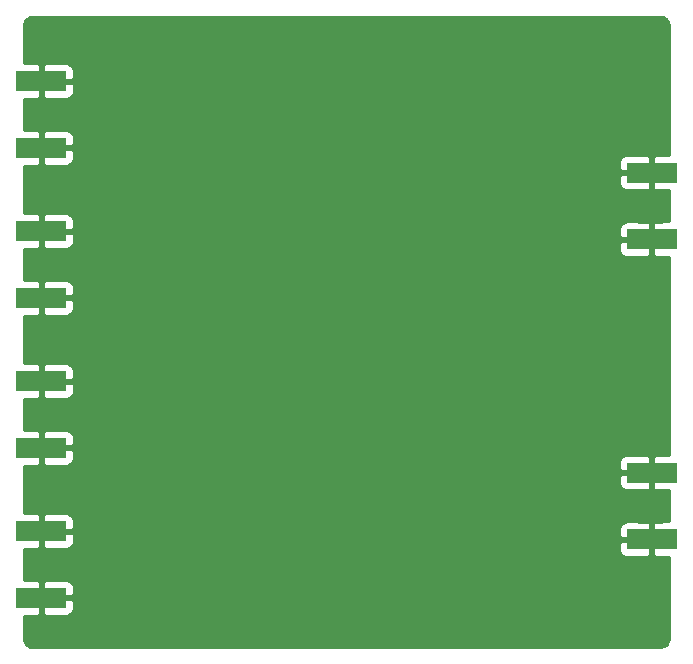
<source format=gbr>
%TF.GenerationSoftware,KiCad,Pcbnew,(5.1.9)-1*%
%TF.CreationDate,2021-02-10T22:01:22-05:00*%
%TF.ProjectId,BalunAndLowPass,42616c75-6e41-46e6-944c-6f7750617373,rev?*%
%TF.SameCoordinates,Original*%
%TF.FileFunction,Copper,L2,Bot*%
%TF.FilePolarity,Positive*%
%FSLAX46Y46*%
G04 Gerber Fmt 4.6, Leading zero omitted, Abs format (unit mm)*
G04 Created by KiCad (PCBNEW (5.1.9)-1) date 2021-02-10 22:01:22*
%MOMM*%
%LPD*%
G01*
G04 APERTURE LIST*
%TA.AperFunction,SMDPad,CuDef*%
%ADD10R,4.200000X1.750000*%
%TD*%
%TA.AperFunction,ViaPad*%
%ADD11C,0.800000*%
%TD*%
%TA.AperFunction,Conductor*%
%ADD12C,0.254000*%
%TD*%
%TA.AperFunction,Conductor*%
%ADD13C,0.100000*%
%TD*%
G04 APERTURE END LIST*
D10*
%TO.P,J6,3_2*%
%TO.N,GND*%
X104575000Y-92552000D03*
%TO.P,J6,2_2*%
X104575000Y-98202000D03*
%TD*%
%TO.P,J5,3_2*%
%TO.N,GND*%
X104575000Y-67152000D03*
%TO.P,J5,2_2*%
X104575000Y-72802000D03*
%TD*%
%TO.P,J4,3_2*%
%TO.N,GND*%
X52905000Y-90455000D03*
%TO.P,J4,2_2*%
X52905000Y-84805000D03*
%TD*%
%TO.P,J3,3_2*%
%TO.N,GND*%
X52905000Y-103155000D03*
%TO.P,J3,2_2*%
X52905000Y-97505000D03*
%TD*%
%TO.P,J2,3_2*%
%TO.N,GND*%
X52905000Y-65055000D03*
%TO.P,J2,2_2*%
X52905000Y-59405000D03*
%TD*%
%TO.P,J1,3_2*%
%TO.N,GND*%
X52905000Y-77755000D03*
%TO.P,J1,2_2*%
X52905000Y-72105000D03*
%TD*%
D11*
%TO.N,GND*%
X52248550Y-55431876D03*
X52248550Y-67431876D03*
X52248550Y-80431876D03*
X52248550Y-93431876D03*
X52248550Y-105431876D03*
X53248550Y-69431876D03*
X53248550Y-82431876D03*
X54248550Y-56431876D03*
X54248550Y-94431876D03*
X54248550Y-106431876D03*
X55248550Y-67431876D03*
X55248550Y-80431876D03*
X56248550Y-55431876D03*
X56248550Y-69431876D03*
X56248550Y-82431876D03*
X56248550Y-93431876D03*
X56248550Y-105431876D03*
X57248550Y-57431876D03*
X57248550Y-60431876D03*
X57248550Y-66431876D03*
X57248550Y-76431876D03*
X57248550Y-79431876D03*
X57248550Y-84431876D03*
X57248550Y-95431876D03*
X57248550Y-102431876D03*
X58248550Y-68431876D03*
X58248550Y-81431876D03*
X58248550Y-86431876D03*
X58248550Y-104431876D03*
X59248550Y-55431876D03*
X59248550Y-58431876D03*
X59248550Y-61431876D03*
X59248550Y-75431876D03*
X59248550Y-78431876D03*
X59248550Y-83431876D03*
X59248550Y-100431876D03*
X59248550Y-106431876D03*
X60248550Y-63431876D03*
X60248550Y-80431876D03*
X60248550Y-85431876D03*
X60248550Y-88431876D03*
X60248550Y-102431876D03*
X61248550Y-56431876D03*
X61248550Y-59431876D03*
X61248550Y-73431876D03*
X61248550Y-76431876D03*
X61248550Y-82431876D03*
X61248550Y-98431876D03*
X61248550Y-104431876D03*
X62248550Y-61431876D03*
X62248550Y-64431876D03*
X62248550Y-78431876D03*
X62248550Y-84431876D03*
X62248550Y-87431876D03*
X62248550Y-90431876D03*
X62248550Y-100431876D03*
X62248550Y-106431876D03*
X63248550Y-55431876D03*
X63248550Y-58431876D03*
X63248550Y-71431876D03*
X63248550Y-74431876D03*
X63248550Y-80431876D03*
X63248550Y-96431876D03*
X63248550Y-102431876D03*
X64248550Y-60431876D03*
X64248550Y-63431876D03*
X64248550Y-76431876D03*
X64248550Y-82431876D03*
X64248550Y-85431876D03*
X64248550Y-88431876D03*
X64248550Y-91431876D03*
X64248550Y-98431876D03*
X64248550Y-104431876D03*
X65248550Y-56431876D03*
X65248550Y-65431876D03*
X65248550Y-72431876D03*
X65248550Y-78431876D03*
X65248550Y-100431876D03*
X65248550Y-106431876D03*
X66248550Y-58431876D03*
X66248550Y-61431876D03*
X66248550Y-74431876D03*
X66248550Y-80431876D03*
X66248550Y-83431876D03*
X66248550Y-86431876D03*
X66248550Y-89431876D03*
X66248550Y-96431876D03*
X66248550Y-102431876D03*
X67248550Y-55431876D03*
X67248550Y-63431876D03*
X67248550Y-71431876D03*
X67248550Y-76431876D03*
X67248550Y-91431876D03*
X67248550Y-98431876D03*
X67248550Y-104431876D03*
X68248550Y-57431876D03*
X68248550Y-60431876D03*
X68248550Y-65431876D03*
X68248550Y-73431876D03*
X68248550Y-78431876D03*
X68248550Y-81431876D03*
X68248550Y-84431876D03*
X68248550Y-87431876D03*
X68248550Y-100431876D03*
X68248550Y-106431876D03*
X69248550Y-62431876D03*
X69248550Y-75431876D03*
X69248550Y-89431876D03*
X69248550Y-97431876D03*
X69248550Y-102431876D03*
X70248550Y-55431876D03*
X70248550Y-58431876D03*
X70248550Y-64431876D03*
X70248550Y-71431876D03*
X70248550Y-77431876D03*
X70248550Y-80431876D03*
X70248550Y-83431876D03*
X70248550Y-86431876D03*
X70248550Y-99431876D03*
X70248550Y-104431876D03*
X71248550Y-60431876D03*
X71248550Y-73431876D03*
X71248550Y-88431876D03*
X71248550Y-101431876D03*
X71248550Y-106431876D03*
X72248550Y-56431876D03*
X72248550Y-62431876D03*
X72248550Y-65431876D03*
X72248550Y-75431876D03*
X72248550Y-78431876D03*
X72248550Y-81431876D03*
X72248550Y-84431876D03*
X72248550Y-90431876D03*
X72248550Y-97431876D03*
X72248550Y-103431876D03*
X73248550Y-58431876D03*
X73248550Y-71431876D03*
X73248550Y-86431876D03*
X73248550Y-99431876D03*
X73248550Y-105431876D03*
X74248550Y-55431876D03*
X74248550Y-60431876D03*
X74248550Y-63431876D03*
X74248550Y-73431876D03*
X74248550Y-76431876D03*
X74248550Y-79431876D03*
X74248550Y-82431876D03*
X74248550Y-88431876D03*
X74248550Y-101431876D03*
X75248550Y-57431876D03*
X75248550Y-65431876D03*
X75248550Y-84431876D03*
X75248550Y-90431876D03*
X75248550Y-97431876D03*
X75248550Y-103431876D03*
X75248550Y-106431876D03*
X76248550Y-59431876D03*
X76248550Y-62431876D03*
X76248550Y-71431876D03*
X76248550Y-74431876D03*
X76248550Y-77431876D03*
X76248550Y-80431876D03*
X76248550Y-86431876D03*
X76248550Y-99431876D03*
X77248550Y-55431876D03*
X77248550Y-64431876D03*
X77248550Y-67431876D03*
X77248550Y-82431876D03*
X77248550Y-88431876D03*
X77248550Y-91431876D03*
X77248550Y-101431876D03*
X77248550Y-104431876D03*
X78248550Y-57431876D03*
X78248550Y-60431876D03*
X78248550Y-72431876D03*
X78248550Y-75431876D03*
X78248550Y-78431876D03*
X78248550Y-84431876D03*
X78248550Y-93431876D03*
X78248550Y-97431876D03*
X78248550Y-106431876D03*
X79248550Y-62431876D03*
X79248550Y-65431876D03*
X79248550Y-80431876D03*
X79248550Y-86431876D03*
X79248550Y-89431876D03*
X79248550Y-99431876D03*
X79248550Y-102431876D03*
X80248550Y-55431876D03*
X80248550Y-58431876D03*
X80248550Y-67431876D03*
X80248550Y-73431876D03*
X80248550Y-76431876D03*
X80248550Y-82431876D03*
X80248550Y-91431876D03*
X80248550Y-104431876D03*
X81248550Y-60431876D03*
X81248550Y-63431876D03*
X81248550Y-78431876D03*
X81248550Y-84431876D03*
X81248550Y-87431876D03*
X81248550Y-93431876D03*
X81248550Y-97431876D03*
X81248550Y-100431876D03*
X81248550Y-106431876D03*
X82248550Y-56431876D03*
X82248550Y-65431876D03*
X82248550Y-72431876D03*
X82248550Y-75431876D03*
X82248550Y-80431876D03*
X82248550Y-89431876D03*
X82248550Y-102431876D03*
X83248550Y-58431876D03*
X83248550Y-61431876D03*
X83248550Y-67431876D03*
X83248550Y-77431876D03*
X83248550Y-82431876D03*
X83248550Y-85431876D03*
X83248550Y-91431876D03*
X83248550Y-98431876D03*
X83248550Y-104431876D03*
X84248550Y-55431876D03*
X84248550Y-63431876D03*
X84248550Y-73431876D03*
X84248550Y-79431876D03*
X84248550Y-87431876D03*
X84248550Y-93431876D03*
X84248550Y-100431876D03*
X84248550Y-106431876D03*
X85248550Y-57431876D03*
X85248550Y-60431876D03*
X85248550Y-65431876D03*
X85248550Y-68431876D03*
X85248550Y-75431876D03*
X85248550Y-81431876D03*
X85248550Y-84431876D03*
X85248550Y-89431876D03*
X85248550Y-102431876D03*
X86248550Y-62431876D03*
X86248550Y-77431876D03*
X86248550Y-86431876D03*
X86248550Y-91431876D03*
X86248550Y-99431876D03*
X86248550Y-104431876D03*
X87248550Y-55431876D03*
X87248550Y-58431876D03*
X87248550Y-64431876D03*
X87248550Y-67431876D03*
X87248550Y-74431876D03*
X87248550Y-79431876D03*
X87248550Y-82431876D03*
X87248550Y-88431876D03*
X87248550Y-93431876D03*
X87248550Y-97431876D03*
X87248550Y-101431876D03*
X87248550Y-106431876D03*
X88248550Y-60431876D03*
X88248550Y-76431876D03*
X88248550Y-84431876D03*
X88248550Y-90431876D03*
X88248550Y-103431876D03*
X89248550Y-56431876D03*
X89248550Y-62431876D03*
X89248550Y-65431876D03*
X89248550Y-72431876D03*
X89248550Y-78431876D03*
X89248550Y-81431876D03*
X89248550Y-86431876D03*
X89248550Y-92431876D03*
X89248550Y-98431876D03*
X89248550Y-105431876D03*
X90248550Y-58431876D03*
X90248550Y-74431876D03*
X90248550Y-83431876D03*
X90248550Y-88431876D03*
X90248550Y-100431876D03*
X91248550Y-55431876D03*
X91248550Y-60431876D03*
X91248550Y-63431876D03*
X91248550Y-66431876D03*
X91248550Y-76431876D03*
X91248550Y-79431876D03*
X91248550Y-85431876D03*
X91248550Y-90431876D03*
X91248550Y-93431876D03*
X91248550Y-97431876D03*
X91248550Y-102431876D03*
X91248550Y-106431876D03*
X92248550Y-57431876D03*
X92248550Y-73431876D03*
X92248550Y-81431876D03*
X92248550Y-87431876D03*
X92248550Y-99431876D03*
X92248550Y-104431876D03*
X93248550Y-59431876D03*
X93248550Y-62431876D03*
X93248550Y-65431876D03*
X93248550Y-75431876D03*
X93248550Y-78431876D03*
X93248550Y-83431876D03*
X93248550Y-89431876D03*
X93248550Y-92431876D03*
X93248550Y-101431876D03*
X94248550Y-55431876D03*
X94248550Y-67431876D03*
X94248550Y-80431876D03*
X94248550Y-85431876D03*
X94248550Y-97431876D03*
X94248550Y-103431876D03*
X94248550Y-106431876D03*
X95248550Y-57431876D03*
X95248550Y-60431876D03*
X95248550Y-63431876D03*
X95248550Y-73431876D03*
X95248550Y-76431876D03*
X95248550Y-82431876D03*
X95248550Y-87431876D03*
X95248550Y-90431876D03*
X95248550Y-93431876D03*
X95248550Y-99431876D03*
X96248550Y-65431876D03*
X96248550Y-68431876D03*
X96248550Y-78431876D03*
X96248550Y-84431876D03*
X96248550Y-101431876D03*
X96248550Y-104431876D03*
X97248550Y-55431876D03*
X97248550Y-58431876D03*
X97248550Y-61431876D03*
X97248550Y-74431876D03*
X97248550Y-80431876D03*
X97248550Y-86431876D03*
X97248550Y-89431876D03*
X97248550Y-92431876D03*
X97248550Y-106431876D03*
X98248550Y-63431876D03*
X98248550Y-66431876D03*
X98248550Y-76431876D03*
X98248550Y-82431876D03*
X98248550Y-99431876D03*
X98248550Y-102431876D03*
X99248550Y-56431876D03*
X99248550Y-59431876D03*
X99248550Y-68431876D03*
X99248550Y-73431876D03*
X99248550Y-78431876D03*
X99248550Y-84431876D03*
X99248550Y-87431876D03*
X99248550Y-90431876D03*
X99248550Y-93431876D03*
X99248550Y-104431876D03*
X100248550Y-61431876D03*
X100248550Y-64431876D03*
X100248550Y-71431876D03*
X100248550Y-75431876D03*
X100248550Y-80431876D03*
X100248550Y-97431876D03*
X100248550Y-100431876D03*
X100248550Y-106431876D03*
X101248550Y-55431876D03*
X101248550Y-58431876D03*
X101248550Y-66431876D03*
X101248550Y-77431876D03*
X101248550Y-82431876D03*
X101248550Y-85431876D03*
X101248550Y-88431876D03*
X101248550Y-102431876D03*
X102248550Y-60431876D03*
X102248550Y-63431876D03*
X102248550Y-79431876D03*
X102248550Y-104431876D03*
X103248550Y-56431876D03*
X103248550Y-75431876D03*
X103248550Y-81431876D03*
X103248550Y-84431876D03*
X103248550Y-87431876D03*
X103248550Y-100431876D03*
X103248550Y-106431876D03*
X104248550Y-58431876D03*
X104248550Y-61431876D03*
X104248550Y-64431876D03*
X104248550Y-77431876D03*
X104248550Y-89431876D03*
X104248550Y-102431876D03*
X105248550Y-55431876D03*
X105248550Y-79431876D03*
X105248550Y-82431876D03*
X105248550Y-85431876D03*
X105248550Y-104431876D03*
%TD*%
D12*
%TO.N,GND*%
X105527869Y-54014722D02*
X105641246Y-54048953D01*
X105745819Y-54104555D01*
X105837596Y-54179407D01*
X105913091Y-54270664D01*
X105969419Y-54374844D01*
X106004440Y-54487976D01*
X106020000Y-54636022D01*
X106020000Y-65640037D01*
X104860750Y-65642000D01*
X104702000Y-65800750D01*
X104702000Y-67025000D01*
X104722000Y-67025000D01*
X104722000Y-67279000D01*
X104702000Y-67279000D01*
X104702000Y-68503250D01*
X104860750Y-68662000D01*
X106020000Y-68663963D01*
X106020000Y-71290037D01*
X104860750Y-71292000D01*
X104702000Y-71450750D01*
X104702000Y-72675000D01*
X104722000Y-72675000D01*
X104722000Y-72929000D01*
X104702000Y-72929000D01*
X104702000Y-74153250D01*
X104860750Y-74312000D01*
X106020000Y-74313963D01*
X106020001Y-91040037D01*
X104860750Y-91042000D01*
X104702000Y-91200750D01*
X104702000Y-92425000D01*
X104722000Y-92425000D01*
X104722000Y-92679000D01*
X104702000Y-92679000D01*
X104702000Y-93903250D01*
X104860750Y-94062000D01*
X106020001Y-94063963D01*
X106020001Y-96690037D01*
X104860750Y-96692000D01*
X104702000Y-96850750D01*
X104702000Y-98075000D01*
X104722000Y-98075000D01*
X104722000Y-98329000D01*
X104702000Y-98329000D01*
X104702000Y-99553250D01*
X104860750Y-99712000D01*
X106020001Y-99713963D01*
X106020001Y-106647711D01*
X106005278Y-106797869D01*
X105971047Y-106911246D01*
X105915446Y-107015817D01*
X105840594Y-107107595D01*
X105749335Y-107183091D01*
X105645160Y-107239419D01*
X105532024Y-107274440D01*
X105383979Y-107290000D01*
X52102279Y-107290000D01*
X51952131Y-107275278D01*
X51838754Y-107241047D01*
X51734183Y-107185446D01*
X51642405Y-107110594D01*
X51566909Y-107019335D01*
X51510581Y-106915160D01*
X51475560Y-106802024D01*
X51460000Y-106653979D01*
X51460000Y-104666963D01*
X52619250Y-104665000D01*
X52778000Y-104506250D01*
X52778000Y-103282000D01*
X53032000Y-103282000D01*
X53032000Y-104506250D01*
X53190750Y-104665000D01*
X55005000Y-104668072D01*
X55129482Y-104655812D01*
X55249180Y-104619502D01*
X55359494Y-104560537D01*
X55456185Y-104481185D01*
X55535537Y-104384494D01*
X55594502Y-104274180D01*
X55630812Y-104154482D01*
X55643072Y-104030000D01*
X55640000Y-103440750D01*
X55481250Y-103282000D01*
X53032000Y-103282000D01*
X52778000Y-103282000D01*
X52758000Y-103282000D01*
X52758000Y-103028000D01*
X52778000Y-103028000D01*
X52778000Y-101803750D01*
X53032000Y-101803750D01*
X53032000Y-103028000D01*
X55481250Y-103028000D01*
X55640000Y-102869250D01*
X55643072Y-102280000D01*
X55630812Y-102155518D01*
X55594502Y-102035820D01*
X55535537Y-101925506D01*
X55456185Y-101828815D01*
X55359494Y-101749463D01*
X55249180Y-101690498D01*
X55129482Y-101654188D01*
X55005000Y-101641928D01*
X53190750Y-101645000D01*
X53032000Y-101803750D01*
X52778000Y-101803750D01*
X52619250Y-101645000D01*
X51460000Y-101643037D01*
X51460000Y-99077000D01*
X101836928Y-99077000D01*
X101849188Y-99201482D01*
X101885498Y-99321180D01*
X101944463Y-99431494D01*
X102023815Y-99528185D01*
X102120506Y-99607537D01*
X102230820Y-99666502D01*
X102350518Y-99702812D01*
X102475000Y-99715072D01*
X104289250Y-99712000D01*
X104448000Y-99553250D01*
X104448000Y-98329000D01*
X101998750Y-98329000D01*
X101840000Y-98487750D01*
X101836928Y-99077000D01*
X51460000Y-99077000D01*
X51460000Y-99016963D01*
X52619250Y-99015000D01*
X52778000Y-98856250D01*
X52778000Y-97632000D01*
X53032000Y-97632000D01*
X53032000Y-98856250D01*
X53190750Y-99015000D01*
X55005000Y-99018072D01*
X55129482Y-99005812D01*
X55249180Y-98969502D01*
X55359494Y-98910537D01*
X55456185Y-98831185D01*
X55535537Y-98734494D01*
X55594502Y-98624180D01*
X55630812Y-98504482D01*
X55643072Y-98380000D01*
X55640000Y-97790750D01*
X55481250Y-97632000D01*
X53032000Y-97632000D01*
X52778000Y-97632000D01*
X52758000Y-97632000D01*
X52758000Y-97378000D01*
X52778000Y-97378000D01*
X52778000Y-96153750D01*
X53032000Y-96153750D01*
X53032000Y-97378000D01*
X55481250Y-97378000D01*
X55532250Y-97327000D01*
X101836928Y-97327000D01*
X101840000Y-97916250D01*
X101998750Y-98075000D01*
X104448000Y-98075000D01*
X104448000Y-96850750D01*
X104289250Y-96692000D01*
X102475000Y-96688928D01*
X102350518Y-96701188D01*
X102230820Y-96737498D01*
X102120506Y-96796463D01*
X102023815Y-96875815D01*
X101944463Y-96972506D01*
X101885498Y-97082820D01*
X101849188Y-97202518D01*
X101836928Y-97327000D01*
X55532250Y-97327000D01*
X55640000Y-97219250D01*
X55643072Y-96630000D01*
X55630812Y-96505518D01*
X55594502Y-96385820D01*
X55535537Y-96275506D01*
X55456185Y-96178815D01*
X55359494Y-96099463D01*
X55249180Y-96040498D01*
X55129482Y-96004188D01*
X55005000Y-95991928D01*
X53190750Y-95995000D01*
X53032000Y-96153750D01*
X52778000Y-96153750D01*
X52619250Y-95995000D01*
X51460000Y-95993037D01*
X51460000Y-93427000D01*
X101836928Y-93427000D01*
X101849188Y-93551482D01*
X101885498Y-93671180D01*
X101944463Y-93781494D01*
X102023815Y-93878185D01*
X102120506Y-93957537D01*
X102230820Y-94016502D01*
X102350518Y-94052812D01*
X102475000Y-94065072D01*
X104289250Y-94062000D01*
X104448000Y-93903250D01*
X104448000Y-92679000D01*
X101998750Y-92679000D01*
X101840000Y-92837750D01*
X101836928Y-93427000D01*
X51460000Y-93427000D01*
X51460000Y-91966963D01*
X52619250Y-91965000D01*
X52778000Y-91806250D01*
X52778000Y-90582000D01*
X53032000Y-90582000D01*
X53032000Y-91806250D01*
X53190750Y-91965000D01*
X55005000Y-91968072D01*
X55129482Y-91955812D01*
X55249180Y-91919502D01*
X55359494Y-91860537D01*
X55456185Y-91781185D01*
X55535537Y-91684494D01*
X55539542Y-91677000D01*
X101836928Y-91677000D01*
X101840000Y-92266250D01*
X101998750Y-92425000D01*
X104448000Y-92425000D01*
X104448000Y-91200750D01*
X104289250Y-91042000D01*
X102475000Y-91038928D01*
X102350518Y-91051188D01*
X102230820Y-91087498D01*
X102120506Y-91146463D01*
X102023815Y-91225815D01*
X101944463Y-91322506D01*
X101885498Y-91432820D01*
X101849188Y-91552518D01*
X101836928Y-91677000D01*
X55539542Y-91677000D01*
X55594502Y-91574180D01*
X55630812Y-91454482D01*
X55643072Y-91330000D01*
X55640000Y-90740750D01*
X55481250Y-90582000D01*
X53032000Y-90582000D01*
X52778000Y-90582000D01*
X52758000Y-90582000D01*
X52758000Y-90328000D01*
X52778000Y-90328000D01*
X52778000Y-89103750D01*
X53032000Y-89103750D01*
X53032000Y-90328000D01*
X55481250Y-90328000D01*
X55640000Y-90169250D01*
X55643072Y-89580000D01*
X55630812Y-89455518D01*
X55594502Y-89335820D01*
X55535537Y-89225506D01*
X55456185Y-89128815D01*
X55359494Y-89049463D01*
X55249180Y-88990498D01*
X55129482Y-88954188D01*
X55005000Y-88941928D01*
X53190750Y-88945000D01*
X53032000Y-89103750D01*
X52778000Y-89103750D01*
X52619250Y-88945000D01*
X51460000Y-88943037D01*
X51460000Y-86316963D01*
X52619250Y-86315000D01*
X52778000Y-86156250D01*
X52778000Y-84932000D01*
X53032000Y-84932000D01*
X53032000Y-86156250D01*
X53190750Y-86315000D01*
X55005000Y-86318072D01*
X55129482Y-86305812D01*
X55249180Y-86269502D01*
X55359494Y-86210537D01*
X55456185Y-86131185D01*
X55535537Y-86034494D01*
X55594502Y-85924180D01*
X55630812Y-85804482D01*
X55643072Y-85680000D01*
X55640000Y-85090750D01*
X55481250Y-84932000D01*
X53032000Y-84932000D01*
X52778000Y-84932000D01*
X52758000Y-84932000D01*
X52758000Y-84678000D01*
X52778000Y-84678000D01*
X52778000Y-83453750D01*
X53032000Y-83453750D01*
X53032000Y-84678000D01*
X55481250Y-84678000D01*
X55640000Y-84519250D01*
X55643072Y-83930000D01*
X55630812Y-83805518D01*
X55594502Y-83685820D01*
X55535537Y-83575506D01*
X55456185Y-83478815D01*
X55359494Y-83399463D01*
X55249180Y-83340498D01*
X55129482Y-83304188D01*
X55005000Y-83291928D01*
X53190750Y-83295000D01*
X53032000Y-83453750D01*
X52778000Y-83453750D01*
X52619250Y-83295000D01*
X51460000Y-83293037D01*
X51460000Y-79266963D01*
X52619250Y-79265000D01*
X52778000Y-79106250D01*
X52778000Y-77882000D01*
X53032000Y-77882000D01*
X53032000Y-79106250D01*
X53190750Y-79265000D01*
X55005000Y-79268072D01*
X55129482Y-79255812D01*
X55249180Y-79219502D01*
X55359494Y-79160537D01*
X55456185Y-79081185D01*
X55535537Y-78984494D01*
X55594502Y-78874180D01*
X55630812Y-78754482D01*
X55643072Y-78630000D01*
X55640000Y-78040750D01*
X55481250Y-77882000D01*
X53032000Y-77882000D01*
X52778000Y-77882000D01*
X52758000Y-77882000D01*
X52758000Y-77628000D01*
X52778000Y-77628000D01*
X52778000Y-76403750D01*
X53032000Y-76403750D01*
X53032000Y-77628000D01*
X55481250Y-77628000D01*
X55640000Y-77469250D01*
X55643072Y-76880000D01*
X55630812Y-76755518D01*
X55594502Y-76635820D01*
X55535537Y-76525506D01*
X55456185Y-76428815D01*
X55359494Y-76349463D01*
X55249180Y-76290498D01*
X55129482Y-76254188D01*
X55005000Y-76241928D01*
X53190750Y-76245000D01*
X53032000Y-76403750D01*
X52778000Y-76403750D01*
X52619250Y-76245000D01*
X51460000Y-76243037D01*
X51460000Y-73677000D01*
X101836928Y-73677000D01*
X101849188Y-73801482D01*
X101885498Y-73921180D01*
X101944463Y-74031494D01*
X102023815Y-74128185D01*
X102120506Y-74207537D01*
X102230820Y-74266502D01*
X102350518Y-74302812D01*
X102475000Y-74315072D01*
X104289250Y-74312000D01*
X104448000Y-74153250D01*
X104448000Y-72929000D01*
X101998750Y-72929000D01*
X101840000Y-73087750D01*
X101836928Y-73677000D01*
X51460000Y-73677000D01*
X51460000Y-73616963D01*
X52619250Y-73615000D01*
X52778000Y-73456250D01*
X52778000Y-72232000D01*
X53032000Y-72232000D01*
X53032000Y-73456250D01*
X53190750Y-73615000D01*
X55005000Y-73618072D01*
X55129482Y-73605812D01*
X55249180Y-73569502D01*
X55359494Y-73510537D01*
X55456185Y-73431185D01*
X55535537Y-73334494D01*
X55594502Y-73224180D01*
X55630812Y-73104482D01*
X55643072Y-72980000D01*
X55640000Y-72390750D01*
X55481250Y-72232000D01*
X53032000Y-72232000D01*
X52778000Y-72232000D01*
X52758000Y-72232000D01*
X52758000Y-71978000D01*
X52778000Y-71978000D01*
X52778000Y-70753750D01*
X53032000Y-70753750D01*
X53032000Y-71978000D01*
X55481250Y-71978000D01*
X55532250Y-71927000D01*
X101836928Y-71927000D01*
X101840000Y-72516250D01*
X101998750Y-72675000D01*
X104448000Y-72675000D01*
X104448000Y-71450750D01*
X104289250Y-71292000D01*
X102475000Y-71288928D01*
X102350518Y-71301188D01*
X102230820Y-71337498D01*
X102120506Y-71396463D01*
X102023815Y-71475815D01*
X101944463Y-71572506D01*
X101885498Y-71682820D01*
X101849188Y-71802518D01*
X101836928Y-71927000D01*
X55532250Y-71927000D01*
X55640000Y-71819250D01*
X55643072Y-71230000D01*
X55630812Y-71105518D01*
X55594502Y-70985820D01*
X55535537Y-70875506D01*
X55456185Y-70778815D01*
X55359494Y-70699463D01*
X55249180Y-70640498D01*
X55129482Y-70604188D01*
X55005000Y-70591928D01*
X53190750Y-70595000D01*
X53032000Y-70753750D01*
X52778000Y-70753750D01*
X52619250Y-70595000D01*
X51460000Y-70593037D01*
X51460000Y-68027000D01*
X101836928Y-68027000D01*
X101849188Y-68151482D01*
X101885498Y-68271180D01*
X101944463Y-68381494D01*
X102023815Y-68478185D01*
X102120506Y-68557537D01*
X102230820Y-68616502D01*
X102350518Y-68652812D01*
X102475000Y-68665072D01*
X104289250Y-68662000D01*
X104448000Y-68503250D01*
X104448000Y-67279000D01*
X101998750Y-67279000D01*
X101840000Y-67437750D01*
X101836928Y-68027000D01*
X51460000Y-68027000D01*
X51460000Y-66566963D01*
X52619250Y-66565000D01*
X52778000Y-66406250D01*
X52778000Y-65182000D01*
X53032000Y-65182000D01*
X53032000Y-66406250D01*
X53190750Y-66565000D01*
X55005000Y-66568072D01*
X55129482Y-66555812D01*
X55249180Y-66519502D01*
X55359494Y-66460537D01*
X55456185Y-66381185D01*
X55535537Y-66284494D01*
X55539542Y-66277000D01*
X101836928Y-66277000D01*
X101840000Y-66866250D01*
X101998750Y-67025000D01*
X104448000Y-67025000D01*
X104448000Y-65800750D01*
X104289250Y-65642000D01*
X102475000Y-65638928D01*
X102350518Y-65651188D01*
X102230820Y-65687498D01*
X102120506Y-65746463D01*
X102023815Y-65825815D01*
X101944463Y-65922506D01*
X101885498Y-66032820D01*
X101849188Y-66152518D01*
X101836928Y-66277000D01*
X55539542Y-66277000D01*
X55594502Y-66174180D01*
X55630812Y-66054482D01*
X55643072Y-65930000D01*
X55640000Y-65340750D01*
X55481250Y-65182000D01*
X53032000Y-65182000D01*
X52778000Y-65182000D01*
X52758000Y-65182000D01*
X52758000Y-64928000D01*
X52778000Y-64928000D01*
X52778000Y-63703750D01*
X53032000Y-63703750D01*
X53032000Y-64928000D01*
X55481250Y-64928000D01*
X55640000Y-64769250D01*
X55643072Y-64180000D01*
X55630812Y-64055518D01*
X55594502Y-63935820D01*
X55535537Y-63825506D01*
X55456185Y-63728815D01*
X55359494Y-63649463D01*
X55249180Y-63590498D01*
X55129482Y-63554188D01*
X55005000Y-63541928D01*
X53190750Y-63545000D01*
X53032000Y-63703750D01*
X52778000Y-63703750D01*
X52619250Y-63545000D01*
X51460000Y-63543037D01*
X51460000Y-60916963D01*
X52619250Y-60915000D01*
X52778000Y-60756250D01*
X52778000Y-59532000D01*
X53032000Y-59532000D01*
X53032000Y-60756250D01*
X53190750Y-60915000D01*
X55005000Y-60918072D01*
X55129482Y-60905812D01*
X55249180Y-60869502D01*
X55359494Y-60810537D01*
X55456185Y-60731185D01*
X55535537Y-60634494D01*
X55594502Y-60524180D01*
X55630812Y-60404482D01*
X55643072Y-60280000D01*
X55640000Y-59690750D01*
X55481250Y-59532000D01*
X53032000Y-59532000D01*
X52778000Y-59532000D01*
X52758000Y-59532000D01*
X52758000Y-59278000D01*
X52778000Y-59278000D01*
X52778000Y-58053750D01*
X53032000Y-58053750D01*
X53032000Y-59278000D01*
X55481250Y-59278000D01*
X55640000Y-59119250D01*
X55643072Y-58530000D01*
X55630812Y-58405518D01*
X55594502Y-58285820D01*
X55535537Y-58175506D01*
X55456185Y-58078815D01*
X55359494Y-57999463D01*
X55249180Y-57940498D01*
X55129482Y-57904188D01*
X55005000Y-57891928D01*
X53190750Y-57895000D01*
X53032000Y-58053750D01*
X52778000Y-58053750D01*
X52619250Y-57895000D01*
X51460000Y-57893037D01*
X51460000Y-54642279D01*
X51474722Y-54492131D01*
X51508953Y-54378754D01*
X51564555Y-54274181D01*
X51639407Y-54182404D01*
X51730664Y-54106909D01*
X51834844Y-54050581D01*
X51947976Y-54015560D01*
X52096022Y-54000000D01*
X105377721Y-54000000D01*
X105527869Y-54014722D01*
%TA.AperFunction,Conductor*%
D13*
G36*
X105527869Y-54014722D02*
G01*
X105641246Y-54048953D01*
X105745819Y-54104555D01*
X105837596Y-54179407D01*
X105913091Y-54270664D01*
X105969419Y-54374844D01*
X106004440Y-54487976D01*
X106020000Y-54636022D01*
X106020000Y-65640037D01*
X104860750Y-65642000D01*
X104702000Y-65800750D01*
X104702000Y-67025000D01*
X104722000Y-67025000D01*
X104722000Y-67279000D01*
X104702000Y-67279000D01*
X104702000Y-68503250D01*
X104860750Y-68662000D01*
X106020000Y-68663963D01*
X106020000Y-71290037D01*
X104860750Y-71292000D01*
X104702000Y-71450750D01*
X104702000Y-72675000D01*
X104722000Y-72675000D01*
X104722000Y-72929000D01*
X104702000Y-72929000D01*
X104702000Y-74153250D01*
X104860750Y-74312000D01*
X106020000Y-74313963D01*
X106020001Y-91040037D01*
X104860750Y-91042000D01*
X104702000Y-91200750D01*
X104702000Y-92425000D01*
X104722000Y-92425000D01*
X104722000Y-92679000D01*
X104702000Y-92679000D01*
X104702000Y-93903250D01*
X104860750Y-94062000D01*
X106020001Y-94063963D01*
X106020001Y-96690037D01*
X104860750Y-96692000D01*
X104702000Y-96850750D01*
X104702000Y-98075000D01*
X104722000Y-98075000D01*
X104722000Y-98329000D01*
X104702000Y-98329000D01*
X104702000Y-99553250D01*
X104860750Y-99712000D01*
X106020001Y-99713963D01*
X106020001Y-106647711D01*
X106005278Y-106797869D01*
X105971047Y-106911246D01*
X105915446Y-107015817D01*
X105840594Y-107107595D01*
X105749335Y-107183091D01*
X105645160Y-107239419D01*
X105532024Y-107274440D01*
X105383979Y-107290000D01*
X52102279Y-107290000D01*
X51952131Y-107275278D01*
X51838754Y-107241047D01*
X51734183Y-107185446D01*
X51642405Y-107110594D01*
X51566909Y-107019335D01*
X51510581Y-106915160D01*
X51475560Y-106802024D01*
X51460000Y-106653979D01*
X51460000Y-104666963D01*
X52619250Y-104665000D01*
X52778000Y-104506250D01*
X52778000Y-103282000D01*
X53032000Y-103282000D01*
X53032000Y-104506250D01*
X53190750Y-104665000D01*
X55005000Y-104668072D01*
X55129482Y-104655812D01*
X55249180Y-104619502D01*
X55359494Y-104560537D01*
X55456185Y-104481185D01*
X55535537Y-104384494D01*
X55594502Y-104274180D01*
X55630812Y-104154482D01*
X55643072Y-104030000D01*
X55640000Y-103440750D01*
X55481250Y-103282000D01*
X53032000Y-103282000D01*
X52778000Y-103282000D01*
X52758000Y-103282000D01*
X52758000Y-103028000D01*
X52778000Y-103028000D01*
X52778000Y-101803750D01*
X53032000Y-101803750D01*
X53032000Y-103028000D01*
X55481250Y-103028000D01*
X55640000Y-102869250D01*
X55643072Y-102280000D01*
X55630812Y-102155518D01*
X55594502Y-102035820D01*
X55535537Y-101925506D01*
X55456185Y-101828815D01*
X55359494Y-101749463D01*
X55249180Y-101690498D01*
X55129482Y-101654188D01*
X55005000Y-101641928D01*
X53190750Y-101645000D01*
X53032000Y-101803750D01*
X52778000Y-101803750D01*
X52619250Y-101645000D01*
X51460000Y-101643037D01*
X51460000Y-99077000D01*
X101836928Y-99077000D01*
X101849188Y-99201482D01*
X101885498Y-99321180D01*
X101944463Y-99431494D01*
X102023815Y-99528185D01*
X102120506Y-99607537D01*
X102230820Y-99666502D01*
X102350518Y-99702812D01*
X102475000Y-99715072D01*
X104289250Y-99712000D01*
X104448000Y-99553250D01*
X104448000Y-98329000D01*
X101998750Y-98329000D01*
X101840000Y-98487750D01*
X101836928Y-99077000D01*
X51460000Y-99077000D01*
X51460000Y-99016963D01*
X52619250Y-99015000D01*
X52778000Y-98856250D01*
X52778000Y-97632000D01*
X53032000Y-97632000D01*
X53032000Y-98856250D01*
X53190750Y-99015000D01*
X55005000Y-99018072D01*
X55129482Y-99005812D01*
X55249180Y-98969502D01*
X55359494Y-98910537D01*
X55456185Y-98831185D01*
X55535537Y-98734494D01*
X55594502Y-98624180D01*
X55630812Y-98504482D01*
X55643072Y-98380000D01*
X55640000Y-97790750D01*
X55481250Y-97632000D01*
X53032000Y-97632000D01*
X52778000Y-97632000D01*
X52758000Y-97632000D01*
X52758000Y-97378000D01*
X52778000Y-97378000D01*
X52778000Y-96153750D01*
X53032000Y-96153750D01*
X53032000Y-97378000D01*
X55481250Y-97378000D01*
X55532250Y-97327000D01*
X101836928Y-97327000D01*
X101840000Y-97916250D01*
X101998750Y-98075000D01*
X104448000Y-98075000D01*
X104448000Y-96850750D01*
X104289250Y-96692000D01*
X102475000Y-96688928D01*
X102350518Y-96701188D01*
X102230820Y-96737498D01*
X102120506Y-96796463D01*
X102023815Y-96875815D01*
X101944463Y-96972506D01*
X101885498Y-97082820D01*
X101849188Y-97202518D01*
X101836928Y-97327000D01*
X55532250Y-97327000D01*
X55640000Y-97219250D01*
X55643072Y-96630000D01*
X55630812Y-96505518D01*
X55594502Y-96385820D01*
X55535537Y-96275506D01*
X55456185Y-96178815D01*
X55359494Y-96099463D01*
X55249180Y-96040498D01*
X55129482Y-96004188D01*
X55005000Y-95991928D01*
X53190750Y-95995000D01*
X53032000Y-96153750D01*
X52778000Y-96153750D01*
X52619250Y-95995000D01*
X51460000Y-95993037D01*
X51460000Y-93427000D01*
X101836928Y-93427000D01*
X101849188Y-93551482D01*
X101885498Y-93671180D01*
X101944463Y-93781494D01*
X102023815Y-93878185D01*
X102120506Y-93957537D01*
X102230820Y-94016502D01*
X102350518Y-94052812D01*
X102475000Y-94065072D01*
X104289250Y-94062000D01*
X104448000Y-93903250D01*
X104448000Y-92679000D01*
X101998750Y-92679000D01*
X101840000Y-92837750D01*
X101836928Y-93427000D01*
X51460000Y-93427000D01*
X51460000Y-91966963D01*
X52619250Y-91965000D01*
X52778000Y-91806250D01*
X52778000Y-90582000D01*
X53032000Y-90582000D01*
X53032000Y-91806250D01*
X53190750Y-91965000D01*
X55005000Y-91968072D01*
X55129482Y-91955812D01*
X55249180Y-91919502D01*
X55359494Y-91860537D01*
X55456185Y-91781185D01*
X55535537Y-91684494D01*
X55539542Y-91677000D01*
X101836928Y-91677000D01*
X101840000Y-92266250D01*
X101998750Y-92425000D01*
X104448000Y-92425000D01*
X104448000Y-91200750D01*
X104289250Y-91042000D01*
X102475000Y-91038928D01*
X102350518Y-91051188D01*
X102230820Y-91087498D01*
X102120506Y-91146463D01*
X102023815Y-91225815D01*
X101944463Y-91322506D01*
X101885498Y-91432820D01*
X101849188Y-91552518D01*
X101836928Y-91677000D01*
X55539542Y-91677000D01*
X55594502Y-91574180D01*
X55630812Y-91454482D01*
X55643072Y-91330000D01*
X55640000Y-90740750D01*
X55481250Y-90582000D01*
X53032000Y-90582000D01*
X52778000Y-90582000D01*
X52758000Y-90582000D01*
X52758000Y-90328000D01*
X52778000Y-90328000D01*
X52778000Y-89103750D01*
X53032000Y-89103750D01*
X53032000Y-90328000D01*
X55481250Y-90328000D01*
X55640000Y-90169250D01*
X55643072Y-89580000D01*
X55630812Y-89455518D01*
X55594502Y-89335820D01*
X55535537Y-89225506D01*
X55456185Y-89128815D01*
X55359494Y-89049463D01*
X55249180Y-88990498D01*
X55129482Y-88954188D01*
X55005000Y-88941928D01*
X53190750Y-88945000D01*
X53032000Y-89103750D01*
X52778000Y-89103750D01*
X52619250Y-88945000D01*
X51460000Y-88943037D01*
X51460000Y-86316963D01*
X52619250Y-86315000D01*
X52778000Y-86156250D01*
X52778000Y-84932000D01*
X53032000Y-84932000D01*
X53032000Y-86156250D01*
X53190750Y-86315000D01*
X55005000Y-86318072D01*
X55129482Y-86305812D01*
X55249180Y-86269502D01*
X55359494Y-86210537D01*
X55456185Y-86131185D01*
X55535537Y-86034494D01*
X55594502Y-85924180D01*
X55630812Y-85804482D01*
X55643072Y-85680000D01*
X55640000Y-85090750D01*
X55481250Y-84932000D01*
X53032000Y-84932000D01*
X52778000Y-84932000D01*
X52758000Y-84932000D01*
X52758000Y-84678000D01*
X52778000Y-84678000D01*
X52778000Y-83453750D01*
X53032000Y-83453750D01*
X53032000Y-84678000D01*
X55481250Y-84678000D01*
X55640000Y-84519250D01*
X55643072Y-83930000D01*
X55630812Y-83805518D01*
X55594502Y-83685820D01*
X55535537Y-83575506D01*
X55456185Y-83478815D01*
X55359494Y-83399463D01*
X55249180Y-83340498D01*
X55129482Y-83304188D01*
X55005000Y-83291928D01*
X53190750Y-83295000D01*
X53032000Y-83453750D01*
X52778000Y-83453750D01*
X52619250Y-83295000D01*
X51460000Y-83293037D01*
X51460000Y-79266963D01*
X52619250Y-79265000D01*
X52778000Y-79106250D01*
X52778000Y-77882000D01*
X53032000Y-77882000D01*
X53032000Y-79106250D01*
X53190750Y-79265000D01*
X55005000Y-79268072D01*
X55129482Y-79255812D01*
X55249180Y-79219502D01*
X55359494Y-79160537D01*
X55456185Y-79081185D01*
X55535537Y-78984494D01*
X55594502Y-78874180D01*
X55630812Y-78754482D01*
X55643072Y-78630000D01*
X55640000Y-78040750D01*
X55481250Y-77882000D01*
X53032000Y-77882000D01*
X52778000Y-77882000D01*
X52758000Y-77882000D01*
X52758000Y-77628000D01*
X52778000Y-77628000D01*
X52778000Y-76403750D01*
X53032000Y-76403750D01*
X53032000Y-77628000D01*
X55481250Y-77628000D01*
X55640000Y-77469250D01*
X55643072Y-76880000D01*
X55630812Y-76755518D01*
X55594502Y-76635820D01*
X55535537Y-76525506D01*
X55456185Y-76428815D01*
X55359494Y-76349463D01*
X55249180Y-76290498D01*
X55129482Y-76254188D01*
X55005000Y-76241928D01*
X53190750Y-76245000D01*
X53032000Y-76403750D01*
X52778000Y-76403750D01*
X52619250Y-76245000D01*
X51460000Y-76243037D01*
X51460000Y-73677000D01*
X101836928Y-73677000D01*
X101849188Y-73801482D01*
X101885498Y-73921180D01*
X101944463Y-74031494D01*
X102023815Y-74128185D01*
X102120506Y-74207537D01*
X102230820Y-74266502D01*
X102350518Y-74302812D01*
X102475000Y-74315072D01*
X104289250Y-74312000D01*
X104448000Y-74153250D01*
X104448000Y-72929000D01*
X101998750Y-72929000D01*
X101840000Y-73087750D01*
X101836928Y-73677000D01*
X51460000Y-73677000D01*
X51460000Y-73616963D01*
X52619250Y-73615000D01*
X52778000Y-73456250D01*
X52778000Y-72232000D01*
X53032000Y-72232000D01*
X53032000Y-73456250D01*
X53190750Y-73615000D01*
X55005000Y-73618072D01*
X55129482Y-73605812D01*
X55249180Y-73569502D01*
X55359494Y-73510537D01*
X55456185Y-73431185D01*
X55535537Y-73334494D01*
X55594502Y-73224180D01*
X55630812Y-73104482D01*
X55643072Y-72980000D01*
X55640000Y-72390750D01*
X55481250Y-72232000D01*
X53032000Y-72232000D01*
X52778000Y-72232000D01*
X52758000Y-72232000D01*
X52758000Y-71978000D01*
X52778000Y-71978000D01*
X52778000Y-70753750D01*
X53032000Y-70753750D01*
X53032000Y-71978000D01*
X55481250Y-71978000D01*
X55532250Y-71927000D01*
X101836928Y-71927000D01*
X101840000Y-72516250D01*
X101998750Y-72675000D01*
X104448000Y-72675000D01*
X104448000Y-71450750D01*
X104289250Y-71292000D01*
X102475000Y-71288928D01*
X102350518Y-71301188D01*
X102230820Y-71337498D01*
X102120506Y-71396463D01*
X102023815Y-71475815D01*
X101944463Y-71572506D01*
X101885498Y-71682820D01*
X101849188Y-71802518D01*
X101836928Y-71927000D01*
X55532250Y-71927000D01*
X55640000Y-71819250D01*
X55643072Y-71230000D01*
X55630812Y-71105518D01*
X55594502Y-70985820D01*
X55535537Y-70875506D01*
X55456185Y-70778815D01*
X55359494Y-70699463D01*
X55249180Y-70640498D01*
X55129482Y-70604188D01*
X55005000Y-70591928D01*
X53190750Y-70595000D01*
X53032000Y-70753750D01*
X52778000Y-70753750D01*
X52619250Y-70595000D01*
X51460000Y-70593037D01*
X51460000Y-68027000D01*
X101836928Y-68027000D01*
X101849188Y-68151482D01*
X101885498Y-68271180D01*
X101944463Y-68381494D01*
X102023815Y-68478185D01*
X102120506Y-68557537D01*
X102230820Y-68616502D01*
X102350518Y-68652812D01*
X102475000Y-68665072D01*
X104289250Y-68662000D01*
X104448000Y-68503250D01*
X104448000Y-67279000D01*
X101998750Y-67279000D01*
X101840000Y-67437750D01*
X101836928Y-68027000D01*
X51460000Y-68027000D01*
X51460000Y-66566963D01*
X52619250Y-66565000D01*
X52778000Y-66406250D01*
X52778000Y-65182000D01*
X53032000Y-65182000D01*
X53032000Y-66406250D01*
X53190750Y-66565000D01*
X55005000Y-66568072D01*
X55129482Y-66555812D01*
X55249180Y-66519502D01*
X55359494Y-66460537D01*
X55456185Y-66381185D01*
X55535537Y-66284494D01*
X55539542Y-66277000D01*
X101836928Y-66277000D01*
X101840000Y-66866250D01*
X101998750Y-67025000D01*
X104448000Y-67025000D01*
X104448000Y-65800750D01*
X104289250Y-65642000D01*
X102475000Y-65638928D01*
X102350518Y-65651188D01*
X102230820Y-65687498D01*
X102120506Y-65746463D01*
X102023815Y-65825815D01*
X101944463Y-65922506D01*
X101885498Y-66032820D01*
X101849188Y-66152518D01*
X101836928Y-66277000D01*
X55539542Y-66277000D01*
X55594502Y-66174180D01*
X55630812Y-66054482D01*
X55643072Y-65930000D01*
X55640000Y-65340750D01*
X55481250Y-65182000D01*
X53032000Y-65182000D01*
X52778000Y-65182000D01*
X52758000Y-65182000D01*
X52758000Y-64928000D01*
X52778000Y-64928000D01*
X52778000Y-63703750D01*
X53032000Y-63703750D01*
X53032000Y-64928000D01*
X55481250Y-64928000D01*
X55640000Y-64769250D01*
X55643072Y-64180000D01*
X55630812Y-64055518D01*
X55594502Y-63935820D01*
X55535537Y-63825506D01*
X55456185Y-63728815D01*
X55359494Y-63649463D01*
X55249180Y-63590498D01*
X55129482Y-63554188D01*
X55005000Y-63541928D01*
X53190750Y-63545000D01*
X53032000Y-63703750D01*
X52778000Y-63703750D01*
X52619250Y-63545000D01*
X51460000Y-63543037D01*
X51460000Y-60916963D01*
X52619250Y-60915000D01*
X52778000Y-60756250D01*
X52778000Y-59532000D01*
X53032000Y-59532000D01*
X53032000Y-60756250D01*
X53190750Y-60915000D01*
X55005000Y-60918072D01*
X55129482Y-60905812D01*
X55249180Y-60869502D01*
X55359494Y-60810537D01*
X55456185Y-60731185D01*
X55535537Y-60634494D01*
X55594502Y-60524180D01*
X55630812Y-60404482D01*
X55643072Y-60280000D01*
X55640000Y-59690750D01*
X55481250Y-59532000D01*
X53032000Y-59532000D01*
X52778000Y-59532000D01*
X52758000Y-59532000D01*
X52758000Y-59278000D01*
X52778000Y-59278000D01*
X52778000Y-58053750D01*
X53032000Y-58053750D01*
X53032000Y-59278000D01*
X55481250Y-59278000D01*
X55640000Y-59119250D01*
X55643072Y-58530000D01*
X55630812Y-58405518D01*
X55594502Y-58285820D01*
X55535537Y-58175506D01*
X55456185Y-58078815D01*
X55359494Y-57999463D01*
X55249180Y-57940498D01*
X55129482Y-57904188D01*
X55005000Y-57891928D01*
X53190750Y-57895000D01*
X53032000Y-58053750D01*
X52778000Y-58053750D01*
X52619250Y-57895000D01*
X51460000Y-57893037D01*
X51460000Y-54642279D01*
X51474722Y-54492131D01*
X51508953Y-54378754D01*
X51564555Y-54274181D01*
X51639407Y-54182404D01*
X51730664Y-54106909D01*
X51834844Y-54050581D01*
X51947976Y-54015560D01*
X52096022Y-54000000D01*
X105377721Y-54000000D01*
X105527869Y-54014722D01*
G37*
%TD.AperFunction*%
%TD*%
M02*

</source>
